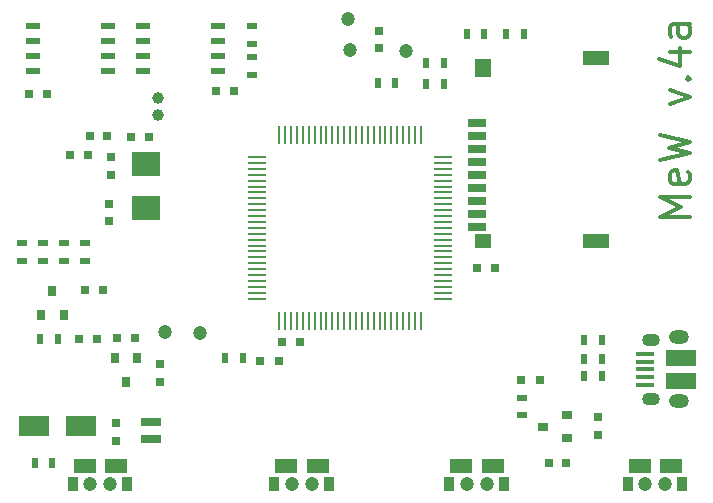
<source format=gbr>
G04 #@! TF.FileFunction,Soldermask,Top*
%FSLAX46Y46*%
G04 Gerber Fmt 4.6, Leading zero omitted, Abs format (unit mm)*
G04 Created by KiCad (PCBNEW 4.0.4-stable) date Sun Apr  9 13:13:39 2017*
%MOMM*%
%LPD*%
G01*
G04 APERTURE LIST*
%ADD10C,0.250000*%
%ADD11C,0.300000*%
%ADD12R,1.800000X0.800000*%
%ADD13R,1.650000X0.400000*%
%ADD14O,1.500000X1.100000*%
%ADD15O,1.700000X1.200000*%
%ADD16R,2.500000X1.430000*%
%ADD17R,0.800000X0.750000*%
%ADD18R,0.750000X0.800000*%
%ADD19R,2.200000X1.200000*%
%ADD20R,1.400000X1.600000*%
%ADD21R,1.400000X1.200000*%
%ADD22R,1.600000X0.700000*%
%ADD23R,2.500000X1.800000*%
%ADD24R,0.800000X0.800000*%
%ADD25C,1.200000*%
%ADD26R,0.800000X0.900000*%
%ADD27R,0.500000X0.900000*%
%ADD28R,0.900000X0.500000*%
%ADD29R,1.900000X1.200000*%
%ADD30R,0.900000X1.200000*%
%ADD31R,1.143000X0.508000*%
%ADD32R,0.900000X0.800000*%
%ADD33R,1.500000X0.280000*%
%ADD34R,0.280000X1.500000*%
%ADD35R,2.400000X2.000000*%
%ADD36C,1.000000*%
G04 APERTURE END LIST*
D10*
D11*
X158105952Y-68379762D02*
X155605952Y-68379762D01*
X157391667Y-67546429D01*
X155605952Y-66713095D01*
X158105952Y-66713095D01*
X157986905Y-64570238D02*
X158105952Y-64808333D01*
X158105952Y-65284524D01*
X157986905Y-65522619D01*
X157748810Y-65641667D01*
X156796429Y-65641667D01*
X156558333Y-65522619D01*
X156439286Y-65284524D01*
X156439286Y-64808333D01*
X156558333Y-64570238D01*
X156796429Y-64451190D01*
X157034524Y-64451190D01*
X157272619Y-65641667D01*
X155605952Y-63617857D02*
X158105952Y-63022619D01*
X156320238Y-62546429D01*
X158105952Y-62070238D01*
X155605952Y-61475000D01*
X156439286Y-58855952D02*
X158105952Y-58260714D01*
X156439286Y-57665476D01*
X157867857Y-56713095D02*
X157986905Y-56594047D01*
X158105952Y-56713095D01*
X157986905Y-56832143D01*
X157867857Y-56713095D01*
X158105952Y-56713095D01*
X156439286Y-54451190D02*
X158105952Y-54451190D01*
X155486905Y-55046428D02*
X157272619Y-55641667D01*
X157272619Y-54094047D01*
X158105952Y-52070238D02*
X156796429Y-52070238D01*
X156558333Y-52189286D01*
X156439286Y-52427381D01*
X156439286Y-52903572D01*
X156558333Y-53141667D01*
X157986905Y-52070238D02*
X158105952Y-52308334D01*
X158105952Y-52903572D01*
X157986905Y-53141667D01*
X157748810Y-53260715D01*
X157510714Y-53260715D01*
X157272619Y-53141667D01*
X157153571Y-52903572D01*
X157153571Y-52308334D01*
X157034524Y-52070238D01*
D12*
X112525000Y-85750000D03*
X112525000Y-87250000D03*
D13*
X154290000Y-82610000D03*
X154290000Y-81960000D03*
X154290000Y-81310000D03*
X154290000Y-80660000D03*
X154290000Y-80010000D03*
D14*
X154850000Y-83800000D03*
X154800000Y-78860000D03*
D15*
X157170000Y-84040000D03*
X157170000Y-78580000D03*
D16*
X157410000Y-82270000D03*
X157410000Y-80350000D03*
D17*
X140120000Y-72730000D03*
X141620000Y-72730000D03*
X112320000Y-61610000D03*
X110820000Y-61610000D03*
D18*
X131800000Y-54150000D03*
X131800000Y-52650000D03*
X109080000Y-64850000D03*
X109080000Y-63350000D03*
X108940000Y-68780000D03*
X108940000Y-67280000D03*
D17*
X102175000Y-58000000D03*
X103675000Y-58000000D03*
X146160000Y-89230000D03*
X147660000Y-89230000D03*
X125125000Y-79000000D03*
X123625000Y-79000000D03*
D18*
X150320000Y-85360000D03*
X150320000Y-86860000D03*
X113225000Y-82400000D03*
X113225000Y-80900000D03*
D17*
X119500000Y-57775000D03*
X118000000Y-57775000D03*
X107925000Y-78725000D03*
X106425000Y-78725000D03*
X106925000Y-74625000D03*
X108425000Y-74625000D03*
X107125000Y-63175000D03*
X105625000Y-63175000D03*
D18*
X109575000Y-87375000D03*
X109575000Y-85875000D03*
D17*
X109625000Y-78700000D03*
X111125000Y-78700000D03*
X107300000Y-61600000D03*
X108800000Y-61600000D03*
D19*
X150200000Y-54920000D03*
X150200000Y-70420000D03*
D20*
X140600000Y-55820000D03*
D21*
X140600000Y-70420000D03*
D22*
X140100000Y-69270000D03*
X140100000Y-67070000D03*
X140100000Y-68170000D03*
X140100000Y-65970000D03*
X140100000Y-64870000D03*
X140100000Y-63770000D03*
X140100000Y-60470000D03*
X140100000Y-61570000D03*
X140100000Y-62670000D03*
D23*
X102550000Y-86100000D03*
X106550000Y-86100000D03*
D24*
X145450000Y-82200000D03*
X143850000Y-82200000D03*
X123300000Y-80600000D03*
X121700000Y-80600000D03*
D25*
X113700000Y-78150000D03*
X116625000Y-78225000D03*
X129200000Y-51625000D03*
X129360000Y-54320000D03*
X134110000Y-54340000D03*
D26*
X103190000Y-76692000D03*
X105090000Y-76692000D03*
X104140000Y-74692000D03*
D27*
X102650000Y-89250000D03*
X104150000Y-89250000D03*
X149180000Y-78850000D03*
X150680000Y-78850000D03*
X149170000Y-80410000D03*
X150670000Y-80410000D03*
X149180000Y-81920000D03*
X150680000Y-81920000D03*
D28*
X101600000Y-70624000D03*
X101600000Y-72124000D03*
X106934000Y-70624000D03*
X106934000Y-72124000D03*
X103378000Y-70624000D03*
X103378000Y-72124000D03*
X143900000Y-83725000D03*
X143900000Y-85225000D03*
X105156000Y-70624000D03*
X105156000Y-72124000D03*
D27*
X103136000Y-78740000D03*
X104636000Y-78740000D03*
X120300000Y-80350000D03*
X118800000Y-80350000D03*
D28*
X121025000Y-54900000D03*
X121025000Y-56400000D03*
X121025000Y-53775000D03*
X121025000Y-52275000D03*
D27*
X135770000Y-57200000D03*
X137270000Y-57200000D03*
X131690000Y-57110000D03*
X133190000Y-57110000D03*
X135790000Y-55420000D03*
X137290000Y-55420000D03*
X142580000Y-52950000D03*
X144080000Y-52950000D03*
X139225000Y-52925000D03*
X140725000Y-52925000D03*
D29*
X126610000Y-89470000D03*
X123960000Y-89490000D03*
D25*
X124400000Y-91000000D03*
D30*
X122940000Y-91020000D03*
X127560000Y-91000000D03*
D25*
X126100000Y-91000000D03*
D29*
X141435000Y-89470000D03*
X138785000Y-89490000D03*
D25*
X139225000Y-91000000D03*
D30*
X137765000Y-91020000D03*
X142385000Y-91000000D03*
D25*
X140925000Y-91000000D03*
D29*
X109535000Y-89470000D03*
X106885000Y-89490000D03*
D25*
X107325000Y-91000000D03*
D30*
X105865000Y-91020000D03*
X110485000Y-91000000D03*
D25*
X109025000Y-91000000D03*
D29*
X156535000Y-89470000D03*
X153885000Y-89490000D03*
D25*
X154325000Y-91000000D03*
D30*
X152865000Y-91020000D03*
X157485000Y-91000000D03*
D25*
X156025000Y-91000000D03*
D31*
X111812500Y-56017500D03*
X111812500Y-54747500D03*
X111812500Y-53477500D03*
X111812500Y-52207500D03*
X118162500Y-52207500D03*
X118162500Y-53477500D03*
X118162500Y-54747500D03*
X118162500Y-56017500D03*
D32*
X147690000Y-87120000D03*
X147690000Y-85220000D03*
X145690000Y-86170000D03*
D33*
X121450000Y-63340000D03*
X121450000Y-63840000D03*
X121450000Y-64340000D03*
X121450000Y-64840000D03*
X121450000Y-65340000D03*
X121450000Y-65840000D03*
X121450000Y-66340000D03*
X121450000Y-66840000D03*
X121450000Y-67340000D03*
X121450000Y-67840000D03*
X121450000Y-68340000D03*
X121450000Y-68840000D03*
X121450000Y-69340000D03*
X121450000Y-69840000D03*
X121450000Y-70340000D03*
X121450000Y-70840000D03*
X121450000Y-71340000D03*
X121450000Y-71840000D03*
X121450000Y-72340000D03*
X121450000Y-72840000D03*
X121450000Y-73340000D03*
X121450000Y-73840000D03*
X121450000Y-74340000D03*
X121450000Y-74840000D03*
X121450000Y-75340000D03*
D34*
X123350000Y-77240000D03*
X123850000Y-77240000D03*
X124350000Y-77240000D03*
X124850000Y-77240000D03*
X125350000Y-77240000D03*
X125850000Y-77240000D03*
X126350000Y-77240000D03*
X126850000Y-77240000D03*
X127350000Y-77240000D03*
X127850000Y-77240000D03*
X128350000Y-77240000D03*
X128850000Y-77240000D03*
X129350000Y-77240000D03*
X129850000Y-77240000D03*
X130350000Y-77240000D03*
X130850000Y-77240000D03*
X131350000Y-77240000D03*
X131850000Y-77240000D03*
X132350000Y-77240000D03*
X132850000Y-77240000D03*
X133350000Y-77240000D03*
X133850000Y-77240000D03*
X134350000Y-77240000D03*
X134850000Y-77240000D03*
X135350000Y-77240000D03*
D33*
X137250000Y-75340000D03*
X137250000Y-74840000D03*
X137250000Y-74340000D03*
X137250000Y-73840000D03*
X137250000Y-73340000D03*
X137250000Y-72840000D03*
X137250000Y-72340000D03*
X137250000Y-71840000D03*
X137250000Y-71340000D03*
X137250000Y-70840000D03*
X137250000Y-70340000D03*
X137250000Y-69840000D03*
X137250000Y-69340000D03*
X137250000Y-68840000D03*
X137250000Y-68340000D03*
X137250000Y-67840000D03*
X137250000Y-67340000D03*
X137250000Y-66840000D03*
X137250000Y-66340000D03*
X137250000Y-65840000D03*
X137250000Y-65340000D03*
X137250000Y-64840000D03*
X137250000Y-64340000D03*
X137250000Y-63840000D03*
X137250000Y-63340000D03*
D34*
X135350000Y-61440000D03*
X134850000Y-61440000D03*
X134350000Y-61440000D03*
X133850000Y-61440000D03*
X133350000Y-61440000D03*
X132850000Y-61440000D03*
X132350000Y-61440000D03*
X131850000Y-61440000D03*
X131350000Y-61440000D03*
X130850000Y-61440000D03*
X130350000Y-61440000D03*
X129850000Y-61440000D03*
X129350000Y-61440000D03*
X128850000Y-61440000D03*
X128350000Y-61440000D03*
X127850000Y-61440000D03*
X127350000Y-61440000D03*
X126850000Y-61440000D03*
X126350000Y-61440000D03*
X125850000Y-61440000D03*
X125350000Y-61440000D03*
X124850000Y-61440000D03*
X124350000Y-61440000D03*
X123850000Y-61440000D03*
X123350000Y-61440000D03*
D26*
X111350000Y-80350000D03*
X109450000Y-80350000D03*
X110400000Y-82350000D03*
D31*
X102472500Y-56017500D03*
X102472500Y-54747500D03*
X102472500Y-53477500D03*
X102472500Y-52207500D03*
X108822500Y-52207500D03*
X108822500Y-53477500D03*
X108822500Y-54747500D03*
X108822500Y-56017500D03*
D35*
X112060000Y-63950000D03*
X112060000Y-67650000D03*
D36*
X113100000Y-58320000D03*
X113100000Y-59820000D03*
M02*

</source>
